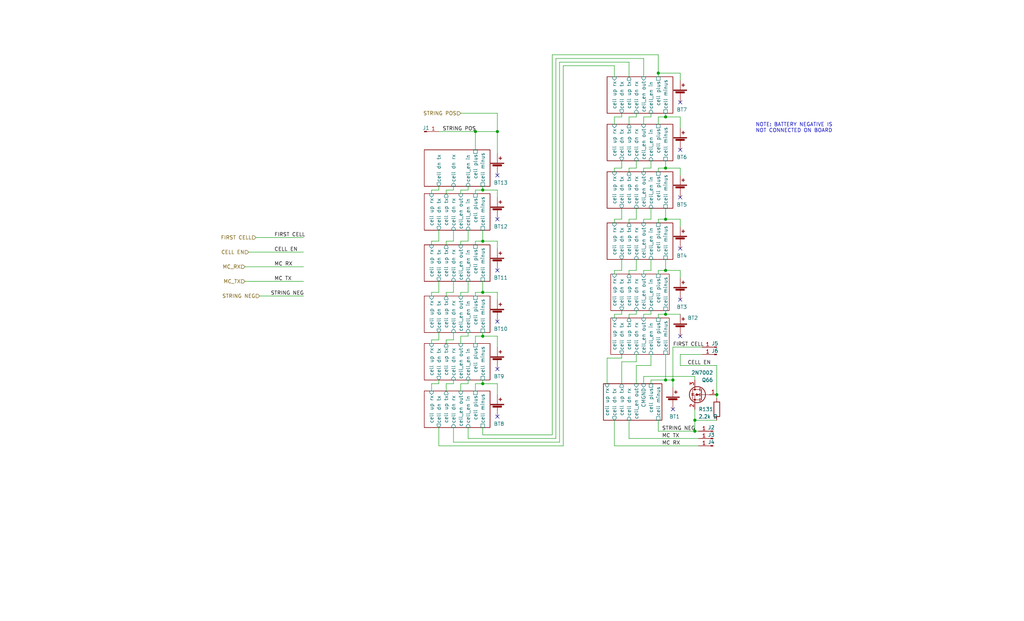
<source format=kicad_sch>
(kicad_sch (version 20250114) (generator "eeschema") (generator_version "9.0")
  (paper "USLegal")
  (title_block (title "94-CELL BOARD") (rev "A") (company "MODULAR BATTERY TECHNOLOGIES INC"))
  (lib_symbols
    (symbol "Modbatt_Extracted:2N7002" (pin_names (hide yes))
      (property "Reference" "Q" (at 5.08 1.905 0))
      (property "Value" "2N7002" (at 5.08 0 0))
      (symbol "2N7002_0_1"
        (polyline (pts (xy 0.254 1.905) (xy 0.254 -1.905)) (stroke (width 0.254)))
        (polyline (pts (xy 0.254 0) (xy -2.54 0)))
        (polyline (pts (xy 0.762 2.286) (xy 0.762 1.27)) (stroke (width 0.254)))
        (polyline (pts (xy 0.762 0.508) (xy 0.762 -0.508)) (stroke (width 0.254)))
        (polyline (pts (xy 0.762 -1.27) (xy 0.762 -2.286)) (stroke (width 0.254)))
        (polyline (pts (xy 0.762 -1.778) (xy 3.302 -1.778) (xy 3.302 1.778) (xy 0.762 1.778)))
        (polyline (pts (xy 1.016 0) (xy 2.032 0.381) (xy 2.032 -0.381) (xy 1.016 0)) (fill (type outline)))
        (circle (center 1.651 0) (radius 2.794) (stroke (width 0.254)))
        (polyline (pts (xy 2.54 2.54) (xy 2.54 1.778)))
        (circle (center 2.54 1.778) (radius 0.254) (fill (type outline)))
        (circle (center 2.54 -1.778) (radius 0.254) (fill (type outline)))
        (polyline (pts (xy 2.54 -2.54) (xy 2.54 0) (xy 0.762 0)))
        (polyline (pts (xy 2.794 0.508) (xy 2.921 0.381) (xy 3.683 0.381) (xy 3.81 0.254)))
        (polyline (pts (xy 3.302 0.381) (xy 2.921 -0.254) (xy 3.683 -0.254) (xy 3.302 0.381)))
      )
      (symbol "2N7002_1_1"
        (pin input line (at -5.08 0 0) (length 2.54) (name "G") (number "1"))
        (pin passive line (at 2.54 5.08 270) (length 2.54) (name "D") (number "3"))
        (pin passive line (at 2.54 -5.08 90) (length 2.54) (name "S") (number "2"))
      )
    )
    (symbol "Modbatt_Extracted:Conn_01x01_Pin" (pin_names (offset 1.016) (hide yes))
      (property "Reference" "J" (at 0 2.54 0))
      (property "Value" "Conn_01x01_Pin" (at 0 -2.54 0))
      (symbol "Conn_01x01_Pin_1_1"
        (rectangle (start 0.8636 0.127) (end 0 -0.127) (stroke (width 0.1524)) (fill (type outline)))
        (polyline (pts (xy 1.27 0) (xy 0.8636 0)) (stroke (width 0.1524)))
        (pin passive line (at 5.08 0 180) (length 3.81) (name "Pin_1") (number "1"))
      )
    )
    (symbol "Modbatt_Extracted:R" (pin_numbers (hide yes)) (pin_names (offset 0))
      (property "Reference" "R" (at 2.032 0 90))
      (property "Value" "R" (at 0 0 90))
      (symbol "R_0_1"
        (rectangle (start -1.016 -2.54) (end 1.016 2.54) (stroke (width 0.254)))
      )
      (symbol "R_1_1"
        (pin passive line (at 0 3.81 270) (length 1.27) (name "~") (number "1"))
        (pin passive line (at 0 -3.81 90) (length 1.27) (name "~") (number "2"))
      )
    )
    (symbol "Modbatt_Library:Battery_Cell" (pin_numbers (hide yes)) (pin_names (offset 0) (hide yes))
      (property "Reference" "BT1" (at 0 -5.08 0))
      (symbol "Battery_Cell_0_1"
        (rectangle (start -2.286 1.778) (end 2.286 1.524) (fill (type outline)))
        (rectangle (start -1.5748 1.1938) (end 1.4732 0.6858) (fill (type outline)))
        (polyline (pts (xy 0 1.778) (xy 0 2.54)))
        (polyline (pts (xy 0 0.762) (xy 0 0)))
        (polyline (pts (xy 0 -2.54) (xy 0 0)))
        (polyline (pts (xy 0.508 3.429) (xy 1.524 3.429)) (stroke (width 0.254)))
        (polyline (pts (xy 1.016 3.937) (xy 1.016 2.921)) (stroke (width 0.254)))
      )
      (symbol "Battery_Cell_1_1"
        (pin passive line (at 0 5.08 270) (length 2.54) (name "+") (number "1"))
      )
    )
  )
  (text "NOTE: BATTERY NEGATIVE IS \nNOT CONNECTED ON BOARD" (at 262.382 46.228 0) (effects (font (size 1.27 1.27)) (justify left bottom)))
  (junction (at 231.14 109.22))
  (junction (at 167.64 133.35))
  (junction (at 231.14 58.42))
  (junction (at 231.14 40.64))
  (junction (at 248.92 137.16))
  (junction (at 231.14 93.98))
  (junction (at 167.64 83.82))
  (junction (at 241.3 149.86))
  (junction (at 231.14 76.2))
  (junction (at 167.64 66.04))
  (junction (at 172.72 45.72))
  (junction (at 228.6 25.4))
  (junction (at 165.1 45.72))
  (junction (at 167.64 116.84))
  (junction (at 241.3 146.05))
  (junction (at 167.64 101.6))
  (junction (at 231.14 132.08))
  (junction (at 233.68 132.08))
  (no_connect (at 236.22 68.58))
  (no_connect (at 233.68 142.24))
  (no_connect (at 236.22 104.14))
  (no_connect (at 172.72 111.76))
  (no_connect (at 172.72 144.78))
  (no_connect (at 172.72 60.96))
  (no_connect (at 172.72 76.2))
  (no_connect (at 172.72 93.98))
  (no_connect (at 236.22 52.07))
  (no_connect (at 236.22 86.36))
  (no_connect (at 236.22 116.84))
  (no_connect (at 172.72 128.27))
  (no_connect (at 236.22 35.56))
  (wire (pts (xy 165.1 101.6) (xy 167.64 101.6)))
  (wire (pts (xy 152.4 101.6) (xy 149.86 101.6)))
  (wire (pts (xy 220.98 58.42) (xy 218.44 58.42)))
  (wire (pts (xy 228.6 58.42) (xy 228.6 59.69)))
  (wire (pts (xy 152.4 97.79) (xy 152.4 101.6)))
  (wire (pts (xy 167.64 115.57) (xy 167.64 116.84)))
  (wire (pts (xy 220.98 93.98) (xy 218.44 93.98)))
  (wire (pts (xy 157.48 80.01) (xy 157.48 83.82)))
  (wire (pts (xy 228.6 93.98) (xy 231.14 93.98)))
  (wire (pts (xy 241.3 130.81) (xy 223.52 130.81)))
  (wire (pts (xy 226.06 58.42) (xy 223.52 58.42)))
  (wire (pts (xy 226.06 107.95) (xy 226.06 109.22)))
  (wire (pts (xy 215.9 107.95) (xy 215.9 109.22)))
  (wire (pts (xy 226.06 90.17) (xy 226.06 93.98)))
  (wire (pts (xy 165.1 133.35) (xy 165.1 135.89)))
  (wire (pts (xy 248.92 137.16) (xy 248.92 138.43)))
  (wire (pts (xy 226.06 127) (xy 220.98 127)))
  (wire (pts (xy 162.56 80.01) (xy 162.56 83.82)))
  (wire (pts (xy 218.44 21.59) (xy 218.44 26.67)))
  (wire (pts (xy 160.02 66.04) (xy 160.02 67.31)))
  (wire (pts (xy 162.56 116.84) (xy 160.02 116.84)))
  (wire (pts (xy 231.14 93.98) (xy 236.22 93.98)))
  (wire (pts (xy 226.06 123.19) (xy 226.06 127)))
  (wire (pts (xy 241.3 142.24) (xy 241.3 146.05)))
  (wire (pts (xy 236.22 25.4) (xy 236.22 27.94)))
  (wire (pts (xy 223.52 109.22) (xy 223.52 110.49)))
  (wire (pts (xy 236.22 40.64) (xy 236.22 44.45)))
  (wire (pts (xy 228.6 58.42) (xy 231.14 58.42)))
  (wire (pts (xy 154.94 101.6) (xy 154.94 102.87)))
  (wire (pts (xy 226.06 72.39) (xy 226.06 76.2)))
  (wire (pts (xy 215.9 40.64) (xy 213.36 40.64)))
  (wire (pts (xy 157.48 133.35) (xy 154.94 133.35)))
  (wire (pts (xy 215.9 124.46) (xy 215.9 123.19)))
  (wire (pts (xy 152.4 115.57) (xy 152.4 118.11)))
  (wire (pts (xy 218.44 93.98) (xy 218.44 95.25)))
  (wire (pts (xy 220.98 123.19) (xy 220.98 125.73)))
  (wire (pts (xy 215.9 93.98) (xy 213.36 93.98)))
  (wire (pts (xy 152.4 80.01) (xy 152.4 83.82)))
  (wire (pts (xy 88.9 82.55) (xy 105.41 82.55)))
  (wire (pts (xy 223.52 76.2) (xy 223.52 77.47)))
  (wire (pts (xy 157.48 101.6) (xy 154.94 101.6)))
  (wire (pts (xy 236.22 58.42) (xy 236.22 60.96)))
  (wire (pts (xy 165.1 101.6) (xy 165.1 102.87)))
  (wire (pts (xy 149.86 83.82) (xy 149.86 85.09)))
  (wire (pts (xy 165.1 45.72) (xy 172.72 45.72)))
  (wire (pts (xy 165.1 83.82) (xy 165.1 85.09)))
  (wire (pts (xy 218.44 58.42) (xy 218.44 59.69)))
  (wire (pts (xy 213.36 76.2) (xy 213.36 77.47)))
  (wire (pts (xy 162.56 101.6) (xy 160.02 101.6)))
  (wire (pts (xy 226.06 132.08) (xy 231.14 132.08)))
  (wire (pts (xy 160.02 116.84) (xy 160.02 119.38)))
  (wire (pts (xy 162.56 115.57) (xy 162.56 116.84)))
  (wire (pts (xy 149.86 101.6) (xy 149.86 102.87)))
  (wire (pts (xy 228.6 25.4) (xy 236.22 25.4)))
  (wire (pts (xy 215.9 55.88) (xy 215.9 58.42)))
  (wire (pts (xy 231.14 132.08) (xy 233.68 132.08)))
  (wire (pts (xy 231.14 76.2) (xy 236.22 76.2)))
  (wire (pts (xy 149.86 66.04) (xy 149.86 67.31)))
  (wire (pts (xy 231.14 39.37) (xy 231.14 40.64)))
  (wire (pts (xy 213.36 93.98) (xy 213.36 95.25)))
  (wire (pts (xy 231.14 40.64) (xy 228.6 40.64)))
  (wire (pts (xy 223.52 93.98) (xy 223.52 95.25)))
  (wire (pts (xy 160.02 39.37) (xy 172.72 39.37)))
  (wire (pts (xy 157.48 83.82) (xy 154.94 83.82)))
  (wire (pts (xy 241.3 146.05) (xy 241.3 149.86)))
  (wire (pts (xy 152.4 132.08) (xy 152.4 133.35)))
  (wire (pts (xy 193.04 152.4) (xy 162.56 152.4)))
  (wire (pts (xy 220.98 107.95) (xy 220.98 109.22)))
  (wire (pts (xy 223.52 130.81) (xy 223.52 133.35)))
  (wire (pts (xy 236.22 123.19) (xy 243.84 123.19)))
  (wire (pts (xy 220.98 127) (xy 220.98 133.35)))
  (wire (pts (xy 157.48 115.57) (xy 157.48 118.11)))
  (wire (pts (xy 165.1 66.04) (xy 165.1 67.31)))
  (wire (pts (xy 157.48 132.08) (xy 157.48 133.35)))
  (wire (pts (xy 233.68 132.08) (xy 233.68 134.62)))
  (wire (pts (xy 248.92 127) (xy 248.92 137.16)))
  (wire (pts (xy 172.72 133.35) (xy 172.72 137.16)))
  (wire (pts (xy 160.02 133.35) (xy 160.02 135.89)))
  (wire (pts (xy 157.48 153.67) (xy 194.31 153.67)))
  (wire (pts (xy 220.98 39.37) (xy 220.98 40.64)))
  (wire (pts (xy 167.64 97.79) (xy 167.64 101.6)))
  (wire (pts (xy 228.6 109.22) (xy 231.14 109.22)))
  (wire (pts (xy 85.09 92.71) (xy 105.41 92.71)))
  (wire (pts (xy 195.58 22.86) (xy 195.58 154.94)))
  (wire (pts (xy 248.92 127) (xy 236.22 127)))
  (wire (pts (xy 167.64 151.13) (xy 191.77 151.13)))
  (wire (pts (xy 233.68 120.65) (xy 243.84 120.65)))
  (wire (pts (xy 165.1 66.04) (xy 167.64 66.04)))
  (wire (pts (xy 152.4 133.35) (xy 149.86 133.35)))
  (wire (pts (xy 231.14 123.19) (xy 231.14 132.08)))
  (wire (pts (xy 172.72 101.6) (xy 172.72 104.14)))
  (wire (pts (xy 226.06 55.88) (xy 226.06 58.42)))
  (wire (pts (xy 154.94 66.04) (xy 154.94 67.31)))
  (wire (pts (xy 152.4 45.72) (xy 165.1 45.72)))
  (wire (pts (xy 162.56 83.82) (xy 160.02 83.82)))
  (wire (pts (xy 215.9 72.39) (xy 215.9 76.2)))
  (wire (pts (xy 213.36 154.94) (xy 242.57 154.94)))
  (wire (pts (xy 157.48 64.77) (xy 157.48 66.04)))
  (wire (pts (xy 213.36 154.94) (xy 213.36 146.05)))
  (wire (pts (xy 228.6 93.98) (xy 228.6 95.25)))
  (wire (pts (xy 241.3 149.86) (xy 242.57 149.86)))
  (wire (pts (xy 90.17 102.87) (xy 105.41 102.87)))
  (wire (pts (xy 236.22 127) (xy 236.22 123.19)))
  (wire (pts (xy 248.92 146.05) (xy 241.3 146.05)))
  (wire (pts (xy 220.98 72.39) (xy 220.98 76.2)))
  (wire (pts (xy 231.14 109.22) (xy 236.22 109.22)))
  (wire (pts (xy 226.06 40.64) (xy 223.52 40.64)))
  (wire (pts (xy 149.86 118.11) (xy 149.86 119.38)))
  (wire (pts (xy 231.14 72.39) (xy 231.14 76.2)))
  (wire (pts (xy 231.14 55.88) (xy 231.14 58.42)))
  (wire (pts (xy 162.56 64.77) (xy 162.56 66.04)))
  (wire (pts (xy 213.36 109.22) (xy 213.36 110.49)))
  (wire (pts (xy 231.14 76.2) (xy 228.6 76.2)))
  (wire (pts (xy 194.31 21.59) (xy 218.44 21.59)))
  (wire (pts (xy 226.06 132.08) (xy 226.06 133.35)))
  (wire (pts (xy 215.9 39.37) (xy 215.9 40.64)))
  (wire (pts (xy 165.1 83.82) (xy 167.64 83.82)))
  (wire (pts (xy 191.77 19.05) (xy 228.6 19.05)))
  (wire (pts (xy 236.22 76.2) (xy 236.22 78.74)))
  (wire (pts (xy 157.48 148.59) (xy 157.48 153.67)))
  (wire (pts (xy 152.4 83.82) (xy 149.86 83.82)))
  (wire (pts (xy 220.98 40.64) (xy 218.44 40.64)))
  (wire (pts (xy 157.48 66.04) (xy 154.94 66.04)))
  (wire (pts (xy 218.44 146.05) (xy 218.44 152.4)))
  (wire (pts (xy 231.14 107.95) (xy 231.14 109.22)))
  (wire (pts (xy 167.64 66.04) (xy 172.72 66.04)))
  (wire (pts (xy 215.9 76.2) (xy 213.36 76.2)))
  (wire (pts (xy 215.9 125.73) (xy 220.98 125.73)))
  (wire (pts (xy 220.98 109.22) (xy 218.44 109.22)))
  (wire (pts (xy 220.98 55.88) (xy 220.98 58.42)))
  (wire (pts (xy 191.77 151.13) (xy 191.77 19.05)))
  (wire (pts (xy 172.72 66.04) (xy 172.72 68.58)))
  (wire (pts (xy 172.72 83.82) (xy 172.72 86.36)))
  (wire (pts (xy 228.6 146.05) (xy 228.6 149.86)))
  (wire (pts (xy 167.64 148.59) (xy 167.64 151.13)))
  (wire (pts (xy 220.98 90.17) (xy 220.98 93.98)))
  (wire (pts (xy 213.36 58.42) (xy 213.36 59.69)))
  (wire (pts (xy 236.22 93.98) (xy 236.22 96.52)))
  (wire (pts (xy 154.94 133.35) (xy 154.94 135.89)))
  (wire (pts (xy 228.6 40.64) (xy 228.6 43.18)))
  (wire (pts (xy 162.56 132.08) (xy 162.56 133.35)))
  (wire (pts (xy 167.64 83.82) (xy 172.72 83.82)))
  (wire (pts (xy 223.52 20.32) (xy 193.04 20.32)))
  (wire (pts (xy 149.86 133.35) (xy 149.86 135.89)))
  (wire (pts (xy 218.44 76.2) (xy 218.44 77.47)))
  (wire (pts (xy 172.72 116.84) (xy 172.72 120.65)))
  (wire (pts (xy 210.82 133.35) (xy 210.82 124.46)))
  (wire (pts (xy 215.9 90.17) (xy 215.9 93.98)))
  (wire (pts (xy 165.1 52.07) (xy 165.1 45.72)))
  (wire (pts (xy 162.56 133.35) (xy 160.02 133.35)))
  (wire (pts (xy 167.64 116.84) (xy 165.1 116.84)))
  (wire (pts (xy 228.6 25.4) (xy 228.6 26.67)))
  (wire (pts (xy 165.1 133.35) (xy 167.64 133.35)))
  (wire (pts (xy 223.52 40.64) (xy 223.52 43.18)))
  (wire (pts (xy 223.52 58.42) (xy 223.52 59.69)))
  (wire (pts (xy 160.02 101.6) (xy 160.02 102.87)))
  (wire (pts (xy 228.6 149.86) (xy 241.3 149.86)))
  (wire (pts (xy 172.72 45.72) (xy 172.72 53.34)))
  (wire (pts (xy 162.56 148.59) (xy 162.56 152.4)))
  (wire (pts (xy 210.82 124.46) (xy 215.9 124.46)))
  (wire (pts (xy 228.6 76.2) (xy 228.6 77.47)))
  (wire (pts (xy 213.36 22.86) (xy 213.36 26.67)))
  (wire (pts (xy 167.64 64.77) (xy 167.64 66.04)))
  (wire (pts (xy 167.64 80.01) (xy 167.64 83.82)))
  (wire (pts (xy 195.58 154.94) (xy 152.4 154.94)))
  (wire (pts (xy 157.48 97.79) (xy 157.48 101.6)))
  (wire (pts (xy 193.04 20.32) (xy 193.04 152.4)))
  (wire (pts (xy 215.9 58.42) (xy 213.36 58.42)))
  (wire (pts (xy 226.06 39.37) (xy 226.06 40.64)))
  (wire (pts (xy 85.09 97.79) (xy 105.41 97.79)))
  (wire (pts (xy 162.56 66.04) (xy 160.02 66.04)))
  (wire (pts (xy 213.36 40.64) (xy 213.36 43.18)))
  (wire (pts (xy 154.94 83.82) (xy 154.94 85.09)))
  (wire (pts (xy 226.06 109.22) (xy 223.52 109.22)))
  (wire (pts (xy 167.64 116.84) (xy 172.72 116.84)))
  (wire (pts (xy 167.64 101.6) (xy 172.72 101.6)))
  (wire (pts (xy 152.4 64.77) (xy 152.4 66.04)))
  (wire (pts (xy 157.48 118.11) (xy 154.94 118.11)))
  (wire (pts (xy 215.9 133.35) (xy 215.9 125.73)))
  (wire (pts (xy 231.14 58.42) (xy 236.22 58.42)))
  (wire (pts (xy 228.6 19.05) (xy 228.6 25.4)))
  (wire (pts (xy 226.06 76.2) (xy 223.52 76.2)))
  (wire (pts (xy 241.3 130.81) (xy 241.3 132.08)))
  (wire (pts (xy 218.44 152.4) (xy 242.57 152.4)))
  (wire (pts (xy 218.44 109.22) (xy 218.44 110.49)))
  (wire (pts (xy 149.86 118.11) (xy 152.4 118.11)))
  (wire (pts (xy 154.94 118.11) (xy 154.94 119.38)))
  (wire (pts (xy 213.36 22.86) (xy 195.58 22.86)))
  (wire (pts (xy 233.68 120.65) (xy 233.68 132.08)))
  (wire (pts (xy 228.6 109.22) (xy 228.6 110.49)))
  (wire (pts (xy 167.64 132.08) (xy 167.64 133.35)))
  (wire (pts (xy 223.52 20.32) (xy 223.52 26.67)))
  (wire (pts (xy 194.31 153.67) (xy 194.31 21.59)))
  (wire (pts (xy 152.4 148.59) (xy 152.4 154.94)))
  (wire (pts (xy 152.4 66.04) (xy 149.86 66.04)))
  (wire (pts (xy 162.56 97.79) (xy 162.56 101.6)))
  (wire (pts (xy 231.14 90.17) (xy 231.14 93.98)))
  (wire (pts (xy 226.06 93.98) (xy 223.52 93.98)))
  (wire (pts (xy 172.72 39.37) (xy 172.72 45.72)))
  (wire (pts (xy 220.98 76.2) (xy 218.44 76.2)))
  (wire (pts (xy 160.02 83.82) (xy 160.02 85.09)))
  (wire (pts (xy 167.64 133.35) (xy 172.72 133.35)))
  (wire (pts (xy 231.14 40.64) (xy 236.22 40.64)))
  (wire (pts (xy 165.1 116.84) (xy 165.1 119.38)))
  (wire (pts (xy 86.36 87.63) (xy 105.41 87.63)))
  (wire (pts (xy 218.44 40.64) (xy 218.44 43.18)))
  (wire (pts (xy 215.9 109.22) (xy 213.36 109.22)))
  (label "MC TX" (at 229.87 152.4 0))
  (label "FIRST CELL" (at 233.68 120.65 0))
  (label "MC RX" (at 229.87 154.94 0))
  (label "CELL EN" (at 95.25 87.63 0))
  (label "CELL EN" (at 238.76 127 0))
  (label "MC TX" (at 95.25 97.79 0))
  (label "FIRST CELL" (at 95.25 82.55 0))
  (label "STRING NEG" (at 93.98 102.87 0))
  (label "STRING POS" (at 153.67 45.72 0))
  (label "MC RX" (at 95.25 92.71 0))
  (label "STRING NEG" (at 229.87 149.86 0))
  (hierarchical_label "FIRST CELL" (shape input) (at 88.9 82.55 180))
  (hierarchical_label "STRING POS" (shape input) (at 160.02 39.37 180))
  (hierarchical_label "CELL EN" (shape input) (at 86.36 87.63 180))
  (hierarchical_label "MC_RX" (shape input) (at 85.09 92.71 180))
  (hierarchical_label "MC_TX" (shape input) (at 85.09 97.79 180))
  (hierarchical_label "STRING NEG" (shape input) (at 90.17 102.87 180))
  (symbol (lib_id "Modbatt_Library:Battery_Cell") (at 172.72 142.24 0) (unit 1) (in_bom no)
    (property "Reference" "BT8" (at 171.45 147.32 0) (effects (justify left)))
    (property "Value" "Battery_Cell" (effects (hide yes)))
    (property "Footprint" "modbatt footprints:modbatt cell new" (effects (hide yes)))
  )
  (symbol (lib_id "Modbatt_Library:Battery_Cell") (at 236.22 83.82 0) (unit 1) (in_bom no)
    (property "Reference" "BT4" (at 234.95 88.9 0) (effects (justify left)))
    (property "Value" "Battery_Cell" (effects (hide yes)))
    (property "Footprint" "modbatt footprints:modbatt cell new" (effects (hide yes)))
  )
  (symbol (lib_id "Modbatt_Library:Battery_Cell") (at 172.72 58.42 0) (unit 1) (in_bom no)
    (property "Reference" "BT13" (at 171.45 63.5 0) (effects (justify left)))
    (property "Value" "Battery_Cell" (effects (hide yes)))
    (property "Footprint" "modbatt footprints:modbatt cell new" (effects (hide yes)))
  )
  (symbol (lib_id "Modbatt_Extracted:Conn_01x01_Pin") (at 247.65 154.94 0) (mirror y) (unit 1) (in_bom no)
    (property "Reference" "J4" (at 247.015 153.67 0))
    (property "Value" "Conn_01x01_Pin" (effects (hide yes)))
    (property "Footprint" "modbatt footprints:PinHeader_1x01_P1.00mm_Horizontal" (effects (hide yes)))
  )
  (symbol (lib_id "Modbatt_Library:Battery_Cell") (at 233.68 139.7 0) (unit 1) (in_bom no)
    (property "Reference" "BT1" (at 232.41 144.78 0) (effects (justify left)))
    (property "Value" "Battery_Cell" (effects (hide yes)))
    (property "Footprint" "modbatt footprints:modbatt cell new" (effects (hide yes)))
  )
  (symbol (lib_id "Modbatt_Library:Battery_Cell") (at 172.72 91.44 0) (unit 1) (in_bom no)
    (property "Reference" "BT11" (at 171.45 96.52 0) (effects (justify left)))
    (property "Value" "Battery_Cell" (effects (hide yes)))
    (property "Footprint" "modbatt footprints:modbatt cell new" (effects (hide yes)))
  )
  (symbol (lib_id "Modbatt_Library:Battery_Cell") (at 236.22 101.6 0) (unit 1) (in_bom no)
    (property "Reference" "BT3" (at 234.95 106.68 0) (effects (justify left)))
    (property "Value" "Battery_Cell" (effects (hide yes)))
    (property "Footprint" "modbatt footprints:modbatt cell new" (effects (hide yes)))
  )
  (symbol (lib_id "Modbatt_Library:Battery_Cell") (at 172.72 125.73 0) (unit 1) (in_bom no)
    (property "Reference" "BT9" (at 171.45 130.81 0) (effects (justify left)))
    (property "Value" "Battery_Cell" (effects (hide yes)))
    (property "Footprint" "modbatt footprints:modbatt cell new" (effects (hide yes)))
  )
  (symbol (lib_id "Modbatt_Library:Battery_Cell") (at 236.22 33.02 0) (unit 1) (in_bom no)
    (property "Reference" "BT7" (at 234.95 38.1 0) (effects (justify left)))
    (property "Value" "Battery_Cell" (effects (hide yes)))
    (property "Footprint" "modbatt footprints:modbatt cell new" (effects (hide yes)))
  )
  (symbol (lib_id "Modbatt_Library:Battery_Cell") (at 172.72 73.66 0) (unit 1) (in_bom no)
    (property "Reference" "BT12" (at 171.45 78.74 0) (effects (justify left)))
    (property "Value" "Battery_Cell" (effects (hide yes)))
    (property "Footprint" "modbatt footprints:modbatt cell new" (effects (hide yes)))
  )
  (symbol (lib_id "Modbatt_Extracted:Conn_01x01_Pin") (at 247.65 149.86 0) (mirror y) (unit 1) (in_bom no)
    (property "Reference" "J2" (at 247.015 148.59 0))
    (property "Value" "Conn_01x01_Pin" (effects (hide yes)))
    (property "Footprint" "modbatt footprints:PinHeader_1x01_P1.00mm_Horizontal" (effects (hide yes)))
  )
  (symbol (lib_id "Modbatt_Extracted:Conn_01x01_Pin") (at 248.92 123.19 0) (mirror y) (unit 1) (in_bom no)
    (property "Reference" "J6" (at 248.285 121.92 0))
    (property "Value" "Conn_01x01_Pin" (effects (hide yes)))
    (property "Footprint" "modbatt footprints:PinHeader_1x01_P1.00mm_Horizontal" (effects (hide yes)))
  )
  (symbol (lib_id "Modbatt_Extracted:Conn_01x01_Pin") (at 147.32 45.72 0) (unit 1) (in_bom no)
    (property "Reference" "J1" (at 147.955 44.45 0))
    (property "Value" "Conn_01x01_Pin" (effects (hide yes)))
    (property "Footprint" "modbatt footprints:PinHeader_1x01_P1.00mm_Horizontal" (effects (hide yes)))
  )
  (symbol (lib_id "Modbatt_Extracted:Conn_01x01_Pin") (at 247.65 152.4 0) (mirror y) (unit 1) (in_bom no)
    (property "Reference" "J3" (at 247.015 151.13 0))
    (property "Value" "Conn_01x01_Pin" (effects (hide yes)))
    (property "Footprint" "modbatt footprints:PinHeader_1x01_P1.00mm_Horizontal" (effects (hide yes)))
  )
  (symbol (lib_id "Modbatt_Extracted:R") (at 248.92 142.24 0) (unit 1)
    (property "Reference" "R131" (at 242.57 142.24 0) (effects (justify left)))
    (property "Value" "2.2k Ω" (at 242.57 144.78 0) (effects (justify left)))
    (property "Footprint" "modbatt footprints:R_0402_1005Metric_Pad0.72x0.64mm_HandSolder" (effects (hide yes)))
    (property "Description" "RES 2.2k OHM 1/16W 1% 0402" (effects (hide yes)))
    (property "MB p/n" "9042107" (effects (hide yes)))
    (property "Manufacturer_Name" "TT Electronics" (effects (hide yes)))
    (property "Manufacturer_Part_Number" "ASC0402-2K2FT10 " (effects (hide yes)))
  )
  (symbol (lib_id "Modbatt_Extracted:Conn_01x01_Pin") (at 248.92 120.65 0) (mirror y) (unit 1) (in_bom no)
    (property "Reference" "J5" (at 248.285 119.38 0))
    (property "Value" "Conn_01x01_Pin" (effects (hide yes)))
    (property "Footprint" "modbatt footprints:PinHeader_1x01_P1.00mm_Horizontal" (effects (hide yes)))
  )
  (symbol (lib_id "Modbatt_Library:Battery_Cell") (at 172.72 109.22 0) (unit 1) (in_bom no)
    (property "Reference" "BT10" (at 171.45 114.3 0) (effects (justify left)))
    (property "Value" "Battery_Cell" (effects (hide yes)))
    (property "Footprint" "modbatt footprints:modbatt cell new" (effects (hide yes)))
  )
  (symbol (lib_id "Modbatt_Library:Battery_Cell") (at 236.22 66.04 0) (unit 1) (in_bom no)
    (property "Reference" "BT5" (at 234.95 71.12 0) (effects (justify left)))
    (property "Value" "Battery_Cell" (effects (hide yes)))
    (property "Footprint" "modbatt footprints:modbatt cell new" (effects (hide yes)))
  )
  (symbol (lib_id "Modbatt_Library:Battery_Cell") (at 236.22 49.53 0) (unit 1) (in_bom no)
    (property "Reference" "BT6" (at 234.95 54.61 0) (effects (justify left)))
    (property "Value" "Battery_Cell" (effects (hide yes)))
    (property "Footprint" "modbatt footprints:modbatt cell new" (effects (hide yes)))
  )
  (symbol (lib_id "Modbatt_Extracted:2N7002") (at 243.84 137.16 0) (mirror y) (unit 1)
    (property "Reference" "Q66" (at 247.65 132.08 0) (effects (justify left)))
    (property "Value" "2N7002" (at 247.65 129.54 0) (effects (justify left)))
    (property "Footprint" "modbatt footprints:SOT-323_SC-70" (effects (hide yes)))
    (property "Datasheet" "https://www.onsemi.com/pub/Collateral/NDS7002A-D.PDF" (effects (hide yes)))
    (property "Description" "MOSFET SOT23 N 60V 5OHM 150C" (effects (hide yes)))
    (property "MB p/n" "9042001" (effects (hide yes)))
    (property "Manufacturer_Name" "onsemi" (effects (hide yes)))
    (property "Manufacturer_Part_Number" "2N7002KW-AU_R1_000A1" (effects (hide yes)))
  )
  (symbol (lib_id "Modbatt_Library:Battery_Cell") (at 236.22 114.3 0) (unit 1) (in_bom no)
    (property "Reference" "BT2" (at 238.76 110.49 0) (effects (justify left)))
    (property "Value" "Battery_Cell" (effects (hide yes)))
    (property "Footprint" "modbatt footprints:modbatt cell new" (effects (hide yes)))
  )
  (sheet (at 210.82 43.18) (size 22.86 12.7) (stroke (width 0.1524))
    (property "Sheetname" "cell circuit6" (effects (hide yes)))
    (property "Sheetfile" "cell circuit.kicad_sch" (effects (hide yes)))
    (pin "cell dn tx" output (at 215.9 55.88 270))
    (pin "cell dn rx" input (at 220.98 55.88 270))
    (pin "cell up rx" input (at 213.36 43.18 90))
    (pin "cell up tx" output (at 218.44 43.18 90))
    (pin "cell plus" passive (at 228.6 43.18 90))
    (pin "cell minus" passive (at 231.14 55.88 270))
    (pin "cell_en out" input (at 223.52 43.18 90))
    (pin "cell_en in" input (at 226.06 55.88 270))
  )
  (sheet (at 147.32 85.09) (size 22.86 12.7) (stroke (width 0.1524))
    (property "Sheetname" "cell circuit11" (effects (hide yes)))
    (property "Sheetfile" "cell circuit.kicad_sch" (effects (hide yes)))
    (pin "cell dn tx" output (at 152.4 97.79 270))
    (pin "cell dn rx" input (at 157.48 97.79 270))
    (pin "cell up rx" input (at 149.86 85.09 90))
    (pin "cell up tx" output (at 154.94 85.09 90))
    (pin "cell plus" passive (at 165.1 85.09 90))
    (pin "cell minus" passive (at 167.64 97.79 270))
    (pin "cell_en out" input (at 160.02 85.09 90))
    (pin "cell_en in" input (at 162.56 97.79 270))
  )
  (sheet (at 147.32 102.87) (size 22.86 12.7) (stroke (width 0.1524))
    (property "Sheetname" "cell circuit10" (effects (hide yes)))
    (property "Sheetfile" "cell circuit.kicad_sch" (effects (hide yes)))
    (pin "cell dn tx" output (at 152.4 115.57 270))
    (pin "cell dn rx" input (at 157.48 115.57 270))
    (pin "cell up rx" input (at 149.86 102.87 90))
    (pin "cell up tx" output (at 154.94 102.87 90))
    (pin "cell plus" passive (at 165.1 102.87 90))
    (pin "cell minus" passive (at 167.64 115.57 270))
    (pin "cell_en out" input (at 160.02 102.87 90))
    (pin "cell_en in" input (at 162.56 115.57 270))
  )
  (sheet (at 147.32 135.89) (size 22.86 12.7) (stroke (width 0.1524))
    (property "Sheetname" "cell circuit8" (effects (hide yes)))
    (property "Sheetfile" "cell circuit.kicad_sch" (effects (hide yes)))
    (pin "cell dn tx" output (at 152.4 148.59 270))
    (pin "cell dn rx" input (at 157.48 148.59 270))
    (pin "cell up rx" input (at 149.86 135.89 90))
    (pin "cell up tx" output (at 154.94 135.89 90))
    (pin "cell plus" passive (at 165.1 135.89 90))
    (pin "cell minus" passive (at 167.64 148.59 270))
    (pin "cell_en out" input (at 160.02 135.89 90))
    (pin "cell_en in" input (at 162.56 148.59 270))
  )
  (sheet (at 147.32 52.07) (size 22.86 12.7) (stroke (width 0.1524))
    (property "Sheetname" "cell circuit13" (effects (hide yes)))
    (property "Sheetfile" "cell circuit LAST.kicad_sch" (effects (hide yes)))
    (pin "cell dn tx" output (at 152.4 64.77 270))
    (pin "cell dn rx" input (at 157.48 64.77 270))
    (pin "cell plus" passive (at 165.1 52.07 90))
    (pin "cell minus" passive (at 167.64 64.77 270))
    (pin "cell_en in" input (at 162.56 64.77 270))
  )
  (sheet (at 210.82 77.47) (size 22.86 12.7) (stroke (width 0.1524))
    (property "Sheetname" "cell circuit4" (effects (hide yes)))
    (property "Sheetfile" "cell circuit.kicad_sch" (effects (hide yes)))
    (pin "cell dn tx" output (at 215.9 90.17 270))
    (pin "cell dn rx" input (at 220.98 90.17 270))
    (pin "cell up rx" input (at 213.36 77.47 90))
    (pin "cell up tx" output (at 218.44 77.47 90))
    (pin "cell plus" passive (at 228.6 77.47 90))
    (pin "cell minus" passive (at 231.14 90.17 270))
    (pin "cell_en out" input (at 223.52 77.47 90))
    (pin "cell_en in" input (at 226.06 90.17 270))
  )
  (sheet (at 212.09 110.49) (size 20.32 12.7) (stroke (width 0.1524))
    (property "Sheetname" "cell circuit2" (effects (hide yes)))
    (property "Sheetfile" "cell circuit.kicad_sch" (effects (hide yes)))
    (pin "cell dn tx" output (at 215.9 123.19 270))
    (pin "cell dn rx" input (at 220.98 123.19 270))
    (pin "cell up rx" input (at 213.36 110.49 90))
    (pin "cell up tx" output (at 218.44 110.49 90))
    (pin "cell plus" passive (at 228.6 110.49 90))
    (pin "cell minus" passive (at 231.14 123.19 270))
    (pin "cell_en out" input (at 223.52 110.49 90))
    (pin "cell_en in" input (at 226.06 123.19 270))
  )
  (sheet (at 147.32 119.38) (size 22.86 12.7) (stroke (width 0.1524))
    (property "Sheetname" "cell circuit9" (effects (hide yes)))
    (property "Sheetfile" "cell circuit.kicad_sch" (effects (hide yes)))
    (pin "cell dn tx" output (at 152.4 132.08 270))
    (pin "cell dn rx" input (at 157.48 132.08 270))
    (pin "cell up rx" input (at 149.86 119.38 90))
    (pin "cell up tx" output (at 154.94 119.38 90))
    (pin "cell plus" passive (at 165.1 119.38 90))
    (pin "cell minus" passive (at 167.64 132.08 270))
    (pin "cell_en out" input (at 160.02 119.38 90))
    (pin "cell_en in" input (at 162.56 132.08 270))
  )
  (sheet (at 209.55 133.35) (size 20.32 12.7) (stroke (width 0.1524))
    (property "Sheetname" "cell circuit1" (effects (hide yes)))
    (property "Sheetfile" "cell circuit FIRST.kicad_sch" (effects (hide yes)))
    (pin "cell dn tx" output (at 213.36 146.05 270))
    (pin "cell dn rx" input (at 218.44 146.05 270))
    (pin "cell up rx" input (at 210.82 133.35 90))
    (pin "cell up tx" output (at 215.9 133.35 90))
    (pin "cell plus" passive (at 226.06 133.35 90))
    (pin "cell minus" passive (at 228.6 146.05 270))
    (pin "cell_en out" input (at 220.98 133.35 90))
    (pin "CMGND" input (at 223.52 133.35 90))
  )
  (sheet (at 210.82 26.67) (size 22.86 12.7) (stroke (width 0.1524))
    (property "Sheetname" "cell circuit7" (effects (hide yes)))
    (property "Sheetfile" "cell circuit.kicad_sch" (effects (hide yes)))
    (pin "cell dn tx" output (at 215.9 39.37 270))
    (pin "cell dn rx" input (at 220.98 39.37 270))
    (pin "cell up rx" input (at 213.36 26.67 90))
    (pin "cell up tx" output (at 218.44 26.67 90))
    (pin "cell plus" passive (at 228.6 26.67 90))
    (pin "cell minus" passive (at 231.14 39.37 270))
    (pin "cell_en out" input (at 223.52 26.67 90))
    (pin "cell_en in" input (at 226.06 39.37 270))
  )
  (sheet (at 210.82 59.69) (size 22.86 12.7) (stroke (width 0.1524))
    (property "Sheetname" "cell circuit5" (effects (hide yes)))
    (property "Sheetfile" "cell circuit.kicad_sch" (effects (hide yes)))
    (pin "cell dn tx" output (at 215.9 72.39 270))
    (pin "cell dn rx" input (at 220.98 72.39 270))
    (pin "cell up rx" input (at 213.36 59.69 90))
    (pin "cell up tx" output (at 218.44 59.69 90))
    (pin "cell plus" passive (at 228.6 59.69 90))
    (pin "cell minus" passive (at 231.14 72.39 270))
    (pin "cell_en out" input (at 223.52 59.69 90))
    (pin "cell_en in" input (at 226.06 72.39 270))
  )
  (sheet (at 147.32 67.31) (size 22.86 12.7) (stroke (width 0.1524))
    (property "Sheetname" "cell circuit12" (effects (hide yes)))
    (property "Sheetfile" "cell circuit.kicad_sch" (effects (hide yes)))
    (pin "cell dn tx" output (at 152.4 80.01 270))
    (pin "cell dn rx" input (at 157.48 80.01 270))
    (pin "cell up rx" input (at 149.86 67.31 90))
    (pin "cell up tx" output (at 154.94 67.31 90))
    (pin "cell plus" passive (at 165.1 67.31 90))
    (pin "cell minus" passive (at 167.64 80.01 270))
    (pin "cell_en out" input (at 160.02 67.31 90))
    (pin "cell_en in" input (at 162.56 80.01 270))
  )
  (sheet (at 212.09 95.25) (size 20.32 12.7) (stroke (width 0.1524))
    (property "Sheetname" "cell circuit3" (effects (hide yes)))
    (property "Sheetfile" "cell circuit.kicad_sch" (effects (hide yes)))
    (pin "cell dn tx" output (at 215.9 107.95 270))
    (pin "cell dn rx" input (at 220.98 107.95 270))
    (pin "cell up rx" input (at 213.36 95.25 90))
    (pin "cell up tx" output (at 218.44 95.25 90))
    (pin "cell plus" passive (at 228.6 95.25 90))
    (pin "cell minus" passive (at 231.14 107.95 270))
    (pin "cell_en out" input (at 223.52 95.25 90))
    (pin "cell_en in" input (at 226.06 107.95 270))
  )
)
</source>
